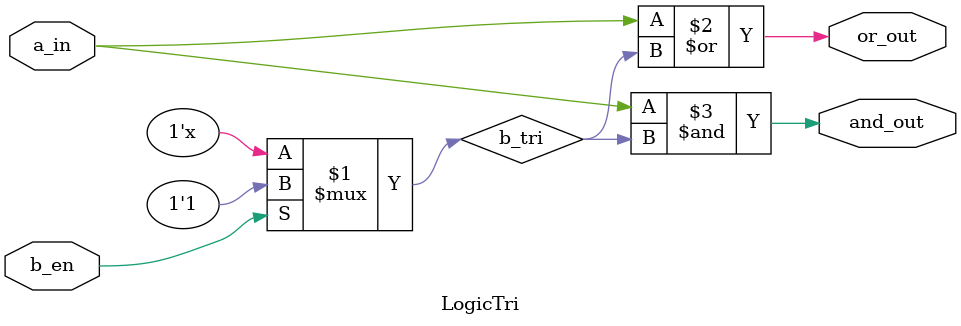
<source format=sv>
module LogicTri (
    input wire a_in,
    input wire b_en,
    output wire and_out,
    output wire or_out
);
    wire b_tri;
    assign b_tri = b_en ? 1'b1 : 1'bz;
    assign or_out = a_in | b_tri;
    assign and_out = a_in & b_tri;
endmodule


</source>
